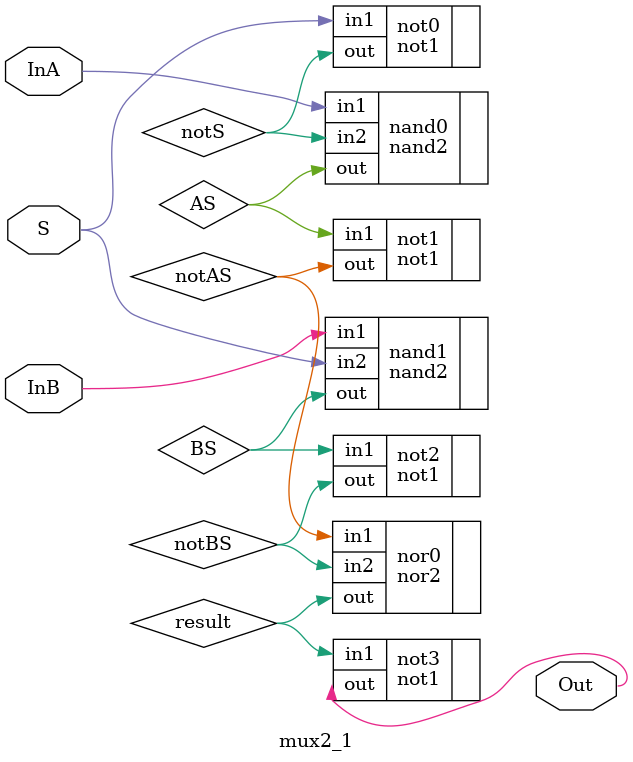
<source format=v>
/*
 CS/ECE 552 Spring '19
 Homework #3, Problem 1

 2-1 mux template
 */
module mux2_1(InA, InB, S, Out);
   input   InA, InB;
   input   S;
   output  Out;

   // YOUR CODE HERE
   wire    AS, notAS, notS, BS, notBS, result;
   not1 not0 (.in1(S), .out(notS));
   nand2 nand0 (.in1(InA), .in2(notS), .out(AS));
   nand2 nand1 (.in1(InB), .in2(S), .out(BS));
   not1 not1 (.in1(AS), .out(notAS));
   not1 not2 (.in1(BS), .out(notBS));
   nor2 nor0 (.in1(notAS), .in2(notBS), .out(result));
   not1 not3 (.in1(result), .out(Out));
   // assign Out = ~result;

endmodule

</source>
